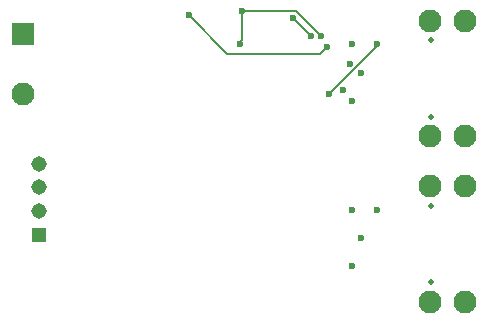
<source format=gbr>
%TF.GenerationSoftware,KiCad,Pcbnew,9.0.2*%
%TF.CreationDate,2025-08-30T18:06:16+02:00*%
%TF.ProjectId,Afterburner_Nano,41667465-7262-4757-926e-65725f4e616e,rev?*%
%TF.SameCoordinates,Original*%
%TF.FileFunction,Copper,L2,Bot*%
%TF.FilePolarity,Positive*%
%FSLAX46Y46*%
G04 Gerber Fmt 4.6, Leading zero omitted, Abs format (unit mm)*
G04 Created by KiCad (PCBNEW 9.0.2) date 2025-08-30 18:06:16*
%MOMM*%
%LPD*%
G01*
G04 APERTURE LIST*
%TA.AperFunction,ComponentPad*%
%ADD10C,1.308000*%
%TD*%
%TA.AperFunction,ComponentPad*%
%ADD11R,1.308000X1.308000*%
%TD*%
%TA.AperFunction,ComponentPad*%
%ADD12C,1.950000*%
%TD*%
%TA.AperFunction,ComponentPad*%
%ADD13C,0.510000*%
%TD*%
%TA.AperFunction,ComponentPad*%
%ADD14R,1.950000X1.950000*%
%TD*%
%TA.AperFunction,ViaPad*%
%ADD15C,0.600000*%
%TD*%
%TA.AperFunction,Conductor*%
%ADD16C,0.200000*%
%TD*%
G04 APERTURE END LIST*
D10*
%TO.P,J3,4,4*%
%TO.N,/Temperature_probe/FORCE_P*%
X177400000Y-31800000D03*
%TO.P,J3,3,3*%
%TO.N,/Temperature_probe/RTDIN+*%
X177400000Y-33800000D03*
%TO.P,J3,2,2*%
%TO.N,/Temperature_probe/RTDIN-*%
X177400000Y-35800000D03*
D11*
%TO.P,J3,1,1*%
%TO.N,/Temperature_probe/FORCE_N*%
X177400000Y-37800000D03*
%TD*%
D12*
%TO.P,J2,MH1,MH1*%
%TO.N,unconnected-(J2-PadMH1)*%
X210537000Y-43495000D03*
%TO.P,J2,MH2,MH2*%
%TO.N,unconnected-(J2-PadMH2)*%
X213537000Y-43495000D03*
%TO.P,J2,MH3,MH3*%
%TO.N,unconnected-(J2-PadMH3)*%
X213537000Y-33705000D03*
%TO.P,J2,MH4,MH4*%
%TO.N,unconnected-(J2-PadMH4)*%
X210537000Y-33705000D03*
D13*
%TO.P,J2,MH5*%
%TO.N,N/C*%
X210637000Y-41850000D03*
%TO.P,J2,MH6*%
X210637000Y-35350000D03*
%TD*%
D12*
%TO.P,J1,MH1,MH1*%
%TO.N,unconnected-(J1-PadMH1)*%
X210549000Y-29495000D03*
%TO.P,J1,MH2,MH2*%
%TO.N,unconnected-(J1-PadMH2)*%
X213549000Y-29495000D03*
%TO.P,J1,MH3,MH3*%
%TO.N,unconnected-(J1-PadMH3)*%
X213549000Y-19705000D03*
%TO.P,J1,MH4,MH4*%
%TO.N,unconnected-(J1-PadMH4)*%
X210549000Y-19705000D03*
D13*
%TO.P,J1,MH5*%
%TO.N,N/C*%
X210649000Y-27850000D03*
%TO.P,J1,MH6*%
X210649000Y-21350000D03*
%TD*%
D14*
%TO.P,J4,1,1*%
%TO.N,unconnected-(J4-Pad1)*%
X176100000Y-20815000D03*
D12*
%TO.P,J4,2,2*%
%TO.N,unconnected-(J4-Pad2)*%
X176100000Y-25895000D03*
%TD*%
D15*
%TO.N,GND*%
X204700000Y-38100000D03*
X203900000Y-40500000D03*
X203900000Y-35700000D03*
%TO.N,/USB_C_CONNECTOR/CC2*%
X206086623Y-35704010D03*
%TO.N,Net-(PD1-VOUT)*%
X190100000Y-19250000D03*
X201800000Y-21900000D03*
%TO.N,Net-(PD1-PWR_EN)*%
X194500000Y-21700000D03*
X194600000Y-18896000D03*
X201300000Y-21000000D03*
%TO.N,/USB_C/VBUS_SENSED*%
X200491409Y-20986409D03*
X198965000Y-19460000D03*
%TO.N,/USB_C/CC2*%
X206098623Y-21704010D03*
%TO.N,GND*%
X203912000Y-21700000D03*
%TO.N,/USB_C/CC2*%
X202012000Y-25900000D03*
%TO.N,GND*%
X203912000Y-26500000D03*
X203212000Y-25600000D03*
X203795520Y-23338661D03*
X204712000Y-24100000D03*
%TD*%
D16*
%TO.N,/USB_C_CONNECTOR/CC2*%
X206086623Y-35813377D02*
X206086623Y-35704010D01*
%TO.N,Net-(PD1-VOUT)*%
X201200000Y-22500000D02*
X201800000Y-21900000D01*
X193400000Y-22500000D02*
X201200000Y-22500000D01*
X190150000Y-19250000D02*
X193400000Y-22500000D01*
X190100000Y-19250000D02*
X190150000Y-19250000D01*
%TO.N,Net-(PD1-PWR_EN)*%
X194600000Y-21350000D02*
X194600000Y-18896000D01*
X194500000Y-21700000D02*
X194500000Y-21450000D01*
X194500000Y-21450000D02*
X194600000Y-21350000D01*
X199196000Y-18896000D02*
X194600000Y-18896000D01*
X201300000Y-21000000D02*
X199196000Y-18896000D01*
%TO.N,/USB_C/VBUS_SENSED*%
X200491409Y-20986409D02*
X198965000Y-19460000D01*
%TO.N,/USB_C/CC2*%
X206098623Y-21813377D02*
X206098623Y-21704010D01*
X202012000Y-25900000D02*
X206098623Y-21813377D01*
%TD*%
M02*

</source>
